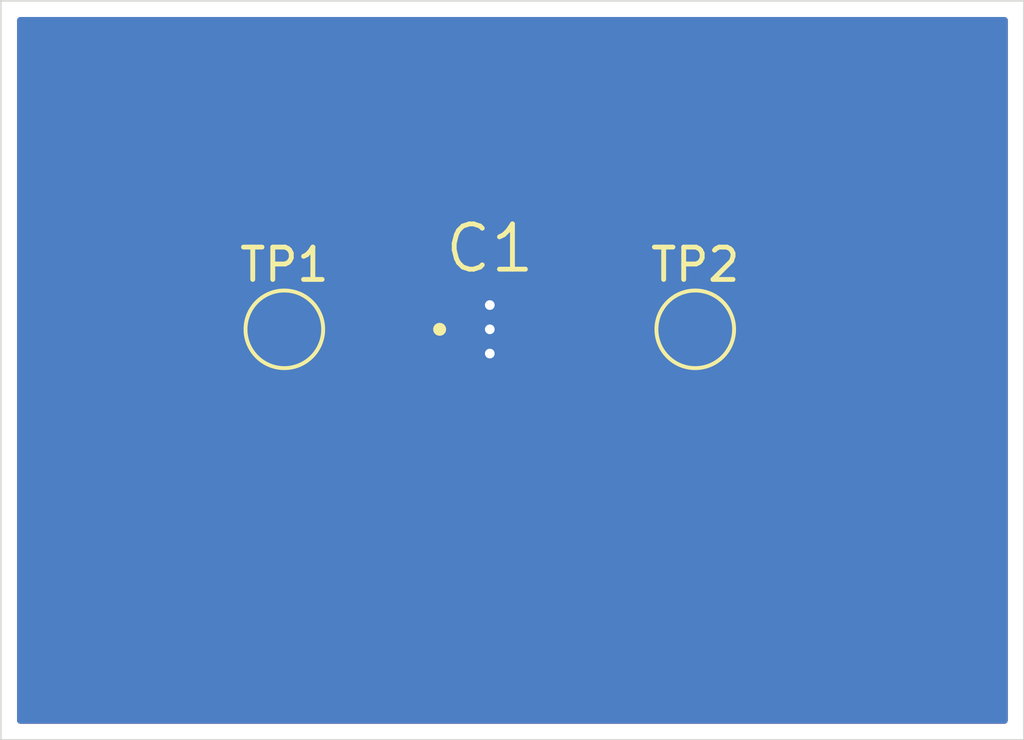
<source format=kicad_pcb>
(kicad_pcb (version 20241229) (generator "pcbnew") (generator_version "9.0")
  (layers (0 "F.Cu" signal) (2 "B.Cu" signal) (13 "F.Paste" user) (15 "B.Paste" user) (5 "F.SilkS" user "F.Silkscreen") (7 "B.SilkS" user "B.Silkscreen") (1 "F.Mask" user) (3 "B.Mask" user) (25 "Edge.Cuts" user))
  (net 0 "")
  (net 1 "+12V")
  (net 2 "GND")
  (net 3 "Net-(C1-Pad3)")
  (footprint "000_LOCAL:FIL_NFM18CC101R1C3D_modified" (layer "F.Cu") (at 142.24 99.06)
    (property "Reference" "C1" (at 0 -2.5 0) (layer "F.SilkS") (effects (font (size 1.4 1.4))))
    (property "Value" "C_Feedthrough")
    (fp_circle (center -1.55 0) (end -1.45 0) (stroke (width 0.2)) (fill no) (layer "F.SilkS"))
    (pad "1" smd roundrect (at -0.8 0) (size 0.6 0.6) (layers "F.Cu" "F.Mask" "F.Paste") (roundrect_rratio 0.1) (net 1 "+12V"))
    (pad "2" thru_hole circle (at 0 -0.75) (size 0.4 0.4) (drill 0.3) (layers "*.Cu") (net 2 "GND"))
    (pad "2" thru_hole circle (at 0 0) (size 0.4 0.4) (drill 0.3) (layers "*.Cu") (net 2 "GND"))
    (pad "2" smd roundrect (at 0 0.025) (size 0.4 1.55) (layers "F.Cu" "F.Paste") (roundrect_rratio 0.1) (net 2 "GND"))
    (pad "2" thru_hole circle (at 0 0.75) (size 0.4 0.4) (drill 0.3) (layers "*.Cu") (net 2 "GND"))
    (pad "3" smd roundrect (at 0.8 0) (size 0.6 0.6) (layers "F.Cu" "F.Mask" "F.Paste") (roundrect_rratio 0.1) (net 3 "Net-(C1-Pad3)"))
  )
  (footprint "000_LOCAL:TestPoint_Pad_D2.0mm" (layer "F.Cu") (at 148.59 99.06)
    (property "Reference" "TP2" (at 0 -1.998 0) (layer "F.SilkS"))
    (property "Value" "TestPoint")
    (fp_circle (center 0 0) (end 0 1.2) (stroke (width 0.12)) (fill no) (layer "F.SilkS"))
    (pad "1" smd circle (at 0 0) (size 2 2) (layers "F.Cu" "F.Mask") (net 3 "Net-(C1-Pad3)"))
  )
  (footprint "000_LOCAL:TestPoint_Pad_D2.0mm" (layer "F.Cu") (at 135.89 99.06)
    (property "Reference" "TP1" (at 0 -1.998 0) (layer "F.SilkS"))
    (property "Value" "TestPoint")
    (fp_circle (center 0 0) (end 0 1.2) (stroke (width 0.12)) (fill no) (layer "F.SilkS"))
    (pad "1" smd circle (at 0 0) (size 2 2) (layers "F.Cu" "F.Mask") (net 1 "+12V"))
  )
  (gr_rect (start 127.127 88.9) (end 158.75 111.76) (stroke (width 0.05)) (fill no) (layer "Edge.Cuts"))
  (segment (start 135.89 99.06) (end 141.44 99.06) (width 0.2) (layer "F.Cu") (net 1))
  (segment (start 143.04 99.06) (end 148.59 99.06) (width 0.2) (layer "F.Cu") (net 3))
  (zone (net 2) (net_name "GND") (layers "F.Cu" "B.Cu") (connect_pads (clearance 0.2)) (min_thickness 0.2) (fill yes (thermal_gap 0.3) (thermal_bridge_width 0.4) (smoothing fillet) (radius 0.1))
    (polygon (pts (xy 127.127 88.9) (xy 127.127 111.76) (xy 158.75 111.76) (xy 158.75 88.9)))
  )
)
</source>
